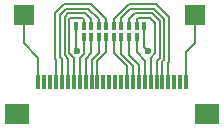
<source format=gbr>
%TF.GenerationSoftware,KiCad,Pcbnew,9.0.1*%
%TF.CreationDate,2025-05-28T15:06:28+02:00*%
%TF.ProjectId,fpc_connector_18pinOmnetics,6670635f-636f-46e6-9e65-63746f725f31,rev?*%
%TF.SameCoordinates,Original*%
%TF.FileFunction,Copper,L1,Top*%
%TF.FilePolarity,Positive*%
%FSLAX46Y46*%
G04 Gerber Fmt 4.6, Leading zero omitted, Abs format (unit mm)*
G04 Created by KiCad (PCBNEW 9.0.1) date 2025-05-28 15:06:28*
%MOMM*%
%LPD*%
G01*
G04 APERTURE LIST*
%TA.AperFunction,SMDPad,CuDef*%
%ADD10R,0.300000X1.300000*%
%TD*%
%TA.AperFunction,SMDPad,CuDef*%
%ADD11R,2.000000X1.800000*%
%TD*%
%TA.AperFunction,ComponentPad*%
%ADD12R,1.700000X1.700000*%
%TD*%
%TA.AperFunction,SMDPad,CuDef*%
%ADD13R,0.380000X0.760000*%
%TD*%
%TA.AperFunction,ViaPad*%
%ADD14C,0.600000*%
%TD*%
%TA.AperFunction,Conductor*%
%ADD15C,0.200000*%
%TD*%
G04 APERTURE END LIST*
D10*
%TO.P,J1,1*%
%TO.N,GND*%
X128750000Y-84250000D03*
%TO.P,J1,2*%
%TO.N,unconnected-(J1-Pad2)*%
X129250000Y-84250000D03*
%TO.P,J1,3*%
%TO.N,unconnected-(J1-Pad3)*%
X129750000Y-84250000D03*
%TO.P,J1,4*%
%TO.N,Net-(J1-Pad4)*%
X130250000Y-84250000D03*
%TO.P,J1,5*%
%TO.N,Net-(J1-Pad5)*%
X130750000Y-84250000D03*
%TO.P,J1,6*%
%TO.N,Net-(J1-Pad6)*%
X131250000Y-84250000D03*
%TO.P,J1,7*%
%TO.N,Net-(J1-Pad7)*%
X131750000Y-84250000D03*
%TO.P,J1,8*%
%TO.N,Net-(J1-Pad8)*%
X132250000Y-84250000D03*
%TO.P,J1,9*%
%TO.N,Net-(J1-Pad9)*%
X132750000Y-84250000D03*
%TO.P,J1,10*%
%TO.N,Net-(J1-Pad10)*%
X133250000Y-84250000D03*
%TO.P,J1,11*%
%TO.N,Net-(J1-Pad11)*%
X133750000Y-84250000D03*
%TO.P,J1,12*%
%TO.N,unconnected-(J1-Pad12)*%
X134250000Y-84250000D03*
%TO.P,J1,13*%
%TO.N,unconnected-(J1-Pad13)*%
X134750000Y-84250000D03*
%TO.P,J1,14*%
%TO.N,unconnected-(J1-Pad14)*%
X135250000Y-84250000D03*
%TO.P,J1,15*%
%TO.N,unconnected-(J1-Pad15)*%
X135750000Y-84250000D03*
%TO.P,J1,16*%
%TO.N,Net-(J1-Pad16)*%
X136250000Y-84250000D03*
%TO.P,J1,17*%
%TO.N,Net-(J1-Pad17)*%
X136750000Y-84250000D03*
%TO.P,J1,18*%
%TO.N,Net-(J1-Pad18)*%
X137250000Y-84250000D03*
%TO.P,J1,19*%
%TO.N,Net-(J1-Pad19)*%
X137750000Y-84250000D03*
%TO.P,J1,20*%
%TO.N,Net-(J1-Pad20)*%
X138250000Y-84250000D03*
%TO.P,J1,21*%
%TO.N,Net-(J1-Pad21)*%
X138750000Y-84250000D03*
%TO.P,J1,22*%
%TO.N,Net-(J1-Pad22)*%
X139250000Y-84250000D03*
%TO.P,J1,23*%
%TO.N,Net-(J1-Pad23)*%
X139750000Y-84250000D03*
%TO.P,J1,24*%
%TO.N,unconnected-(J1-Pad24)*%
X140250000Y-84250000D03*
%TO.P,J1,25*%
%TO.N,unconnected-(J1-Pad25)*%
X140750000Y-84250000D03*
%TO.P,J1,26*%
%TO.N,GND*%
X141250000Y-84250000D03*
D11*
%TO.P,J1,Z1*%
%TO.N,unconnected-(J1-PadZ1)*%
X126950000Y-87000000D03*
%TO.P,J1,Z2*%
%TO.N,unconnected-(J1-PadZ2)*%
X143050000Y-87000000D03*
%TD*%
D12*
%TO.P,J4,1,Pin_1*%
%TO.N,GND*%
X127500000Y-78600000D03*
%TD*%
%TO.P,J3,1,Pin_1*%
%TO.N,GND*%
X142000000Y-78600000D03*
%TD*%
D13*
%TO.P,J2,0,0*%
%TO.N,Net-(J1-Pad4)*%
X134500000Y-79540000D03*
%TO.P,J2,1,1*%
%TO.N,Net-(J1-Pad5)*%
X133860000Y-79540000D03*
%TO.P,J2,2,2*%
%TO.N,Net-(J1-Pad6)*%
X133220000Y-79540000D03*
%TO.P,J2,3,3*%
%TO.N,Net-(J1-Pad7)*%
X132580000Y-79540000D03*
%TO.P,J2,4,4*%
%TO.N,Net-(J1-Pad8)*%
X132580000Y-80480000D03*
%TO.P,J2,5,5*%
%TO.N,Net-(J1-Pad9)*%
X133220000Y-80480000D03*
%TO.P,J2,6,6*%
%TO.N,Net-(J1-Pad10)*%
X133860000Y-80480000D03*
%TO.P,J2,7,7*%
%TO.N,Net-(J1-Pad11)*%
X134500000Y-80480000D03*
%TO.P,J2,8,8*%
%TO.N,Net-(J1-Pad16)*%
X135140000Y-80480000D03*
%TO.P,J2,9,9*%
%TO.N,Net-(J1-Pad17)*%
X135780000Y-80480000D03*
%TO.P,J2,10,10*%
%TO.N,Net-(J1-Pad18)*%
X136420000Y-80480000D03*
%TO.P,J2,11,11*%
%TO.N,Net-(J1-Pad19)*%
X137060000Y-80480000D03*
%TO.P,J2,12,12*%
%TO.N,Net-(J1-Pad20)*%
X137060000Y-79540000D03*
%TO.P,J2,13,13*%
%TO.N,Net-(J1-Pad21)*%
X136420000Y-79540000D03*
%TO.P,J2,14,14*%
%TO.N,Net-(J1-Pad22)*%
X135780000Y-79540000D03*
%TO.P,J2,15,15*%
%TO.N,Net-(J1-Pad23)*%
X135140000Y-79540000D03*
%TO.P,J2,16,16*%
%TO.N,GND*%
X137700000Y-79540000D03*
%TO.P,J2,17,17*%
X131940000Y-79540000D03*
%TD*%
D14*
%TO.N,GND*%
X131980000Y-81600000D03*
X138000000Y-81600000D03*
%TD*%
D15*
%TO.N,GND*%
X127500000Y-81000000D02*
X127500000Y-78600000D01*
X128750000Y-82250000D02*
X127500000Y-81000000D01*
X128750000Y-84250000D02*
X128750000Y-82250000D01*
%TO.N,Net-(J1-Pad4)*%
X130950700Y-77656000D02*
X133196000Y-77656000D01*
X130176000Y-78430700D02*
X130950700Y-77656000D01*
X130176000Y-82347243D02*
X130176000Y-78430700D01*
X133196000Y-77656000D02*
X134500000Y-78960000D01*
X130250000Y-82421243D02*
X130176000Y-82347243D01*
X134500000Y-78960000D02*
X134500000Y-79540000D01*
X130250000Y-84250000D02*
X130250000Y-82421243D01*
%TO.N,Net-(J1-Pad5)*%
X131116800Y-78057000D02*
X132957000Y-78057000D01*
X130577000Y-78596800D02*
X131116800Y-78057000D01*
X130577000Y-82181143D02*
X130577000Y-78596800D01*
X130750000Y-82354143D02*
X130577000Y-82181143D01*
X132957000Y-78057000D02*
X133860000Y-78960000D01*
X130750000Y-84250000D02*
X130750000Y-82354143D01*
X133860000Y-78960000D02*
X133860000Y-79540000D01*
%TO.N,Net-(J1-Pad6)*%
X133220000Y-78960000D02*
X133220000Y-79540000D01*
X130978000Y-82015043D02*
X130978000Y-78762900D01*
X130978000Y-78762900D02*
X131282900Y-78458000D01*
X131250000Y-82287043D02*
X130978000Y-82015043D01*
X131282900Y-78458000D02*
X132718000Y-78458000D01*
X131250000Y-84250000D02*
X131250000Y-82287043D01*
X132718000Y-78458000D02*
X133220000Y-78960000D01*
%TO.N,Net-(J1-Pad7)*%
X132580000Y-78960000D02*
X132580000Y-79540000D01*
X132479000Y-78859000D02*
X132580000Y-78960000D01*
X131379000Y-78929000D02*
X131449000Y-78859000D01*
X131750000Y-82219943D02*
X131379000Y-81848943D01*
X131750000Y-84250000D02*
X131750000Y-82219943D01*
X131379000Y-81848943D02*
X131379000Y-78929000D01*
X131449000Y-78859000D02*
X132479000Y-78859000D01*
%TO.N,GND*%
X142000000Y-81000000D02*
X142000000Y-78600000D01*
X141250000Y-81750000D02*
X142000000Y-81000000D01*
X141250000Y-84250000D02*
X141250000Y-81750000D01*
%TO.N,Net-(J1-Pad23)*%
X138689300Y-77656000D02*
X136376900Y-77656000D01*
X139750000Y-82584200D02*
X139804000Y-82530200D01*
X139804000Y-82530200D02*
X139804000Y-78770700D01*
X136376900Y-77656000D02*
X135140000Y-78892900D01*
X139750000Y-84250000D02*
X139750000Y-82584200D01*
X139804000Y-78770700D02*
X138689300Y-77656000D01*
X135140000Y-78892900D02*
X135140000Y-79540000D01*
%TO.N,Net-(J1-Pad22)*%
X136543000Y-78057000D02*
X135780000Y-78820000D01*
X138523200Y-78057000D02*
X136543000Y-78057000D01*
X139403000Y-78936800D02*
X138523200Y-78057000D01*
X135780000Y-78820000D02*
X135780000Y-79540000D01*
X139250000Y-82517100D02*
X139403000Y-82364100D01*
X139403000Y-82364100D02*
X139403000Y-78936800D01*
X139250000Y-84250000D02*
X139250000Y-82517100D01*
%TO.N,Net-(J1-Pad21)*%
X138357100Y-78458000D02*
X136922000Y-78458000D01*
X136922000Y-78458000D02*
X136420000Y-78960000D01*
X136420000Y-78960000D02*
X136420000Y-79540000D01*
X139002000Y-79102900D02*
X138357100Y-78458000D01*
X139002000Y-82198000D02*
X139002000Y-79102900D01*
X138750000Y-82450000D02*
X139002000Y-82198000D01*
X138750000Y-84250000D02*
X138750000Y-82450000D01*
%TO.N,Net-(J1-Pad20)*%
X137060000Y-78960000D02*
X137060000Y-79540000D01*
X137161000Y-78859000D02*
X137060000Y-78960000D01*
X138191000Y-78859000D02*
X137161000Y-78859000D01*
X138601000Y-79269000D02*
X138191000Y-78859000D01*
X138250000Y-82199943D02*
X138601000Y-81848943D01*
X138601000Y-81848943D02*
X138601000Y-79269000D01*
X138250000Y-84250000D02*
X138250000Y-82199943D01*
%TO.N,GND*%
X131940000Y-81560000D02*
X131980000Y-81600000D01*
X131940000Y-79540000D02*
X131940000Y-81560000D01*
X137700000Y-81300000D02*
X138000000Y-81600000D01*
X137700000Y-79540000D02*
X137700000Y-81300000D01*
%TO.N,Net-(J1-Pad8)*%
X132250000Y-82200000D02*
X132250000Y-84250000D01*
X132580000Y-80480000D02*
X132580000Y-81870000D01*
X132580000Y-81870000D02*
X132250000Y-82200000D01*
%TO.N,Net-(J1-Pad9)*%
X132750000Y-82315800D02*
X132750000Y-84250000D01*
X133220000Y-81845800D02*
X132750000Y-82315800D01*
X133220000Y-80480000D02*
X133220000Y-81845800D01*
%TO.N,Net-(J1-Pad10)*%
X133250000Y-82382900D02*
X133250000Y-84250000D01*
X133860000Y-81772900D02*
X133250000Y-82382900D01*
X133860000Y-80480000D02*
X133860000Y-81772900D01*
%TO.N,Net-(J1-Pad11)*%
X133750000Y-82450000D02*
X133750000Y-84250000D01*
X134500000Y-81700000D02*
X133750000Y-82450000D01*
X134500000Y-80480000D02*
X134500000Y-81700000D01*
%TO.N,Net-(J1-Pad19)*%
X137750000Y-82450000D02*
X137750000Y-84250000D01*
X137060000Y-80480000D02*
X137060000Y-81760000D01*
X137060000Y-81760000D02*
X137750000Y-82450000D01*
%TO.N,Net-(J1-Pad18)*%
X137250000Y-82815800D02*
X137250000Y-84250000D01*
X136420000Y-81985800D02*
X137250000Y-82815800D01*
X136420000Y-80480000D02*
X136420000Y-81985800D01*
%TO.N,Net-(J1-Pad17)*%
X136750000Y-82882900D02*
X136750000Y-84250000D01*
X135780000Y-81912900D02*
X136750000Y-82882900D01*
X135780000Y-80480000D02*
X135780000Y-81912900D01*
%TO.N,Net-(J1-Pad16)*%
X135140000Y-81840000D02*
X136250000Y-82950000D01*
X136250000Y-82950000D02*
X136250000Y-84250000D01*
X135140000Y-80480000D02*
X135140000Y-81840000D01*
%TD*%
M02*

</source>
